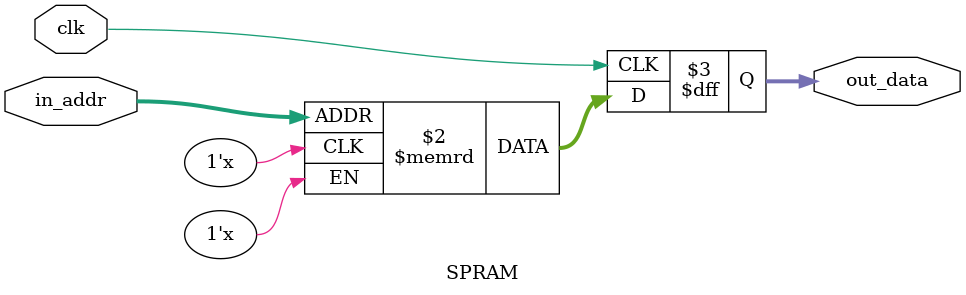
<source format=v>

module SPRAM(
	
	input [5:0] in_addr,
	input clk,

	output reg [7:0] out_data
);

reg signed [7:0] mem [63:0];


always @(posedge clk) begin
	out_data <= mem[in_addr];
end

endmodule

</source>
